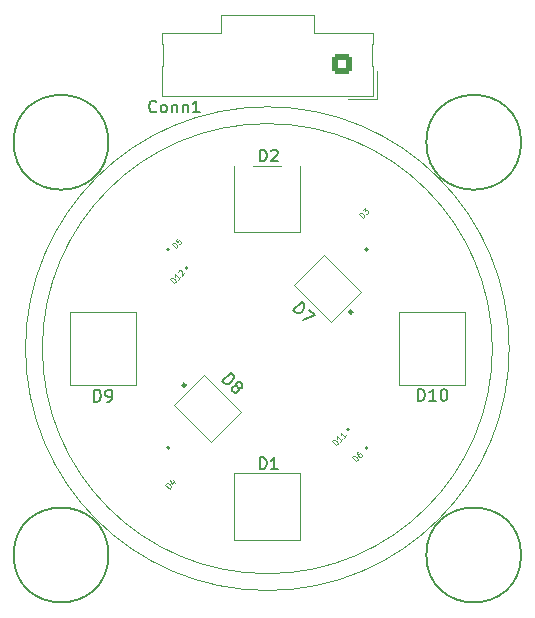
<source format=gto>
G04 #@! TF.GenerationSoftware,KiCad,Pcbnew,(6.0.7)*
G04 #@! TF.CreationDate,2023-04-22T02:00:50-05:00*
G04 #@! TF.ProjectId,LED_BoardRev2,4c45445f-426f-4617-9264-526576322e6b,rev?*
G04 #@! TF.SameCoordinates,Original*
G04 #@! TF.FileFunction,Legend,Top*
G04 #@! TF.FilePolarity,Positive*
%FSLAX46Y46*%
G04 Gerber Fmt 4.6, Leading zero omitted, Abs format (unit mm)*
G04 Created by KiCad (PCBNEW (6.0.7)) date 2023-04-22 02:00:50*
%MOMM*%
%LPD*%
G01*
G04 APERTURE LIST*
G04 Aperture macros list*
%AMRoundRect*
0 Rectangle with rounded corners*
0 $1 Rounding radius*
0 $2 $3 $4 $5 $6 $7 $8 $9 X,Y pos of 4 corners*
0 Add a 4 corners polygon primitive as box body*
4,1,4,$2,$3,$4,$5,$6,$7,$8,$9,$2,$3,0*
0 Add four circle primitives for the rounded corners*
1,1,$1+$1,$2,$3*
1,1,$1+$1,$4,$5*
1,1,$1+$1,$6,$7*
1,1,$1+$1,$8,$9*
0 Add four rect primitives between the rounded corners*
20,1,$1+$1,$2,$3,$4,$5,0*
20,1,$1+$1,$4,$5,$6,$7,0*
20,1,$1+$1,$6,$7,$8,$9,0*
20,1,$1+$1,$8,$9,$2,$3,0*%
%AMRotRect*
0 Rectangle, with rotation*
0 The origin of the aperture is its center*
0 $1 length*
0 $2 width*
0 $3 Rotation angle, in degrees counterclockwise*
0 Add horizontal line*
21,1,$1,$2,0,0,$3*%
%AMOutline5P*
0 Free polygon, 5 corners , with rotation*
0 The origin of the aperture is its center*
0 number of corners: always 5*
0 $1 to $10 corner X, Y*
0 $11 Rotation angle, in degrees counterclockwise*
0 create outline with 5 corners*
4,1,5,$1,$2,$3,$4,$5,$6,$7,$8,$9,$10,$1,$2,$11*%
%AMOutline6P*
0 Free polygon, 6 corners , with rotation*
0 The origin of the aperture is its center*
0 number of corners: always 6*
0 $1 to $12 corner X, Y*
0 $13 Rotation angle, in degrees counterclockwise*
0 create outline with 6 corners*
4,1,6,$1,$2,$3,$4,$5,$6,$7,$8,$9,$10,$11,$12,$1,$2,$13*%
%AMOutline7P*
0 Free polygon, 7 corners , with rotation*
0 The origin of the aperture is its center*
0 number of corners: always 7*
0 $1 to $14 corner X, Y*
0 $15 Rotation angle, in degrees counterclockwise*
0 create outline with 7 corners*
4,1,7,$1,$2,$3,$4,$5,$6,$7,$8,$9,$10,$11,$12,$13,$14,$1,$2,$15*%
%AMOutline8P*
0 Free polygon, 8 corners , with rotation*
0 The origin of the aperture is its center*
0 number of corners: always 8*
0 $1 to $16 corner X, Y*
0 $17 Rotation angle, in degrees counterclockwise*
0 create outline with 8 corners*
4,1,8,$1,$2,$3,$4,$5,$6,$7,$8,$9,$10,$11,$12,$13,$14,$15,$16,$1,$2,$17*%
%AMFreePoly0*
4,1,13,0.662500,-1.575000,-0.662500,-1.575000,-0.662500,-0.255000,-1.112500,-0.255000,-1.116037,-0.253536,-1.117500,-0.250000,-1.117500,0.250000,-1.116037,0.253536,-1.112500,0.255000,-0.662500,0.255000,-0.662500,1.575000,0.662500,1.575000,0.662500,-1.575000,0.662500,-1.575000,$1*%
%AMFreePoly1*
4,1,13,0.662500,0.255000,1.112500,0.255000,1.116037,0.253536,1.117500,0.250000,1.117500,-0.250000,1.116037,-0.253536,1.112500,-0.255000,0.662500,-0.255000,0.662500,-1.575000,-0.662500,-1.575000,-0.662500,1.575000,0.662500,1.575000,0.662500,0.255000,0.662500,0.255000,$1*%
%AMFreePoly2*
4,1,29,2.703536,3.023536,2.705000,3.020000,2.705000,2.000000,2.703536,1.996464,2.700000,1.995000,0.500000,1.995000,0.500000,-1.995000,2.700000,-1.995000,2.703536,-1.996464,2.705000,-2.000000,2.705000,-3.020000,2.703536,-3.023536,2.700000,-3.025000,-2.700000,-3.025000,-2.703536,-3.023536,-2.705000,-3.020000,-2.705000,-2.000000,-2.703536,-1.996464,-2.700000,-1.995000,-0.500000,-1.995000,
-0.500000,1.995000,-2.700000,1.995000,-2.703536,1.996464,-2.705000,2.000000,-2.705000,3.020000,-2.703536,3.023536,-2.700000,3.025000,2.700000,3.025000,2.703536,3.023536,2.703536,3.023536,$1*%
G04 Aperture macros list end*
%ADD10C,0.100000*%
%ADD11C,0.150000*%
%ADD12C,0.120406*%
%ADD13C,0.095006*%
%ADD14C,0.120000*%
%ADD15C,0.259999*%
%ADD16C,0.200000*%
%ADD17FreePoly0,315.000000*%
%ADD18FreePoly1,315.000000*%
%ADD19R,1.550000X3.400000*%
%ADD20FreePoly2,180.000000*%
%ADD21RotRect,3.300000X0.500000X315.000000*%
%ADD22RotRect,3.300000X1.300000X315.000000*%
%ADD23RotRect,3.300000X0.500000X225.000000*%
%ADD24RotRect,3.300000X1.300000X225.000000*%
%ADD25Outline5P,-0.735000X0.735000X0.735000X0.735000X0.735000X-0.335000X0.335000X-0.735000X-0.735000X-0.735000X90.000000*%
%ADD26Outline5P,-0.735000X0.735000X0.735000X0.735000X0.735000X-0.735000X-0.335000X-0.735000X-0.735000X-0.335000X90.000000*%
%ADD27Outline5P,-0.735000X0.735000X0.335000X0.735000X0.735000X0.335000X0.735000X-0.735000X-0.735000X-0.735000X90.000000*%
%ADD28Outline5P,-0.735000X0.335000X-0.335000X0.735000X0.735000X0.735000X0.735000X-0.735000X-0.735000X-0.735000X90.000000*%
%ADD29C,3.450000*%
%ADD30RotRect,3.300000X0.500000X135.000000*%
%ADD31RotRect,3.300000X1.300000X135.000000*%
%ADD32C,2.946400*%
%ADD33FreePoly0,135.000000*%
%ADD34FreePoly1,135.000000*%
%ADD35RotRect,3.300000X0.500000X45.000000*%
%ADD36RotRect,3.300000X1.300000X45.000000*%
%ADD37RoundRect,0.250000X0.620000X0.620000X-0.620000X0.620000X-0.620000X-0.620000X0.620000X-0.620000X0*%
%ADD38C,1.740000*%
%ADD39C,3.200000*%
%ADD40FreePoly2,0.000000*%
G04 APERTURE END LIST*
D10*
X156210000Y-109220000D02*
G75*
G03*
X156210000Y-109220000I-19050000J0D01*
G01*
X157634984Y-109220000D02*
G75*
G03*
X157634984Y-109220000I-20474984J0D01*
G01*
D11*
X133359526Y-111976649D02*
X134066632Y-111269542D01*
X134234991Y-111437901D01*
X134302335Y-111572588D01*
X134302335Y-111707275D01*
X134268663Y-111808290D01*
X134167648Y-111976649D01*
X134066632Y-112077664D01*
X133898274Y-112178680D01*
X133797258Y-112212351D01*
X133662571Y-112212351D01*
X133527884Y-112145008D01*
X133359526Y-111976649D01*
X134571709Y-112380710D02*
X134538037Y-112279695D01*
X134538037Y-112212351D01*
X134571709Y-112111336D01*
X134605381Y-112077664D01*
X134706396Y-112043992D01*
X134773739Y-112043992D01*
X134874755Y-112077664D01*
X135009442Y-112212351D01*
X135043113Y-112313367D01*
X135043113Y-112380710D01*
X135009442Y-112481725D01*
X134975770Y-112515397D01*
X134874755Y-112549069D01*
X134807411Y-112549069D01*
X134706396Y-112515397D01*
X134571709Y-112380710D01*
X134470694Y-112347038D01*
X134403350Y-112347038D01*
X134302335Y-112380710D01*
X134167648Y-112515397D01*
X134133976Y-112616412D01*
X134133976Y-112683756D01*
X134167648Y-112784771D01*
X134302335Y-112919458D01*
X134403350Y-112953130D01*
X134470694Y-112953130D01*
X134571709Y-112919458D01*
X134706396Y-112784771D01*
X134740068Y-112683756D01*
X134740068Y-112616412D01*
X134706396Y-112515397D01*
X122502704Y-113698780D02*
X122502704Y-112698780D01*
X122740800Y-112698780D01*
X122883657Y-112746400D01*
X122978895Y-112841638D01*
X123026514Y-112936876D01*
X123074133Y-113127352D01*
X123074133Y-113270209D01*
X123026514Y-113460685D01*
X122978895Y-113555923D01*
X122883657Y-113651161D01*
X122740800Y-113698780D01*
X122502704Y-113698780D01*
X123550323Y-113698780D02*
X123740800Y-113698780D01*
X123836038Y-113651161D01*
X123883657Y-113603542D01*
X123978895Y-113460685D01*
X124026514Y-113270209D01*
X124026514Y-112889257D01*
X123978895Y-112794019D01*
X123931276Y-112746400D01*
X123836038Y-112698780D01*
X123645561Y-112698780D01*
X123550323Y-112746400D01*
X123502704Y-112794019D01*
X123455085Y-112889257D01*
X123455085Y-113127352D01*
X123502704Y-113222590D01*
X123550323Y-113270209D01*
X123645561Y-113317828D01*
X123836038Y-113317828D01*
X123931276Y-113270209D01*
X123978895Y-113222590D01*
X124026514Y-113127352D01*
D12*
X128875677Y-121082961D02*
X128535117Y-120742401D01*
X128616203Y-120661315D01*
X128681071Y-120628881D01*
X128745940Y-120628881D01*
X128794591Y-120645098D01*
X128875677Y-120693750D01*
X128924328Y-120742401D01*
X128972980Y-120823487D01*
X128989197Y-120872138D01*
X128989197Y-120937006D01*
X128956762Y-121001875D01*
X128875677Y-121082961D01*
X129135151Y-120369407D02*
X129362190Y-120596447D01*
X128924328Y-120320756D02*
X129086499Y-120645098D01*
X129297322Y-120434276D01*
X142996526Y-117407599D02*
X142655966Y-117067039D01*
X142737052Y-116985954D01*
X142801920Y-116953519D01*
X142866789Y-116953519D01*
X142915440Y-116969736D01*
X142996526Y-117018388D01*
X143045177Y-117067039D01*
X143093828Y-117148125D01*
X143110045Y-117196776D01*
X143110045Y-117261645D01*
X143077611Y-117326513D01*
X142996526Y-117407599D01*
X143515473Y-116888651D02*
X143320868Y-117083256D01*
X143418171Y-116985954D02*
X143077611Y-116645394D01*
X143093828Y-116726480D01*
X143093828Y-116791348D01*
X143077611Y-116840000D01*
X143839816Y-116564308D02*
X143645210Y-116758914D01*
X143742513Y-116661611D02*
X143401954Y-116321052D01*
X143418171Y-116402137D01*
X143418171Y-116467006D01*
X143401954Y-116515657D01*
D11*
X136523504Y-119425980D02*
X136523504Y-118425980D01*
X136761600Y-118425980D01*
X136904457Y-118473600D01*
X136999695Y-118568838D01*
X137047314Y-118664076D01*
X137094933Y-118854552D01*
X137094933Y-118997409D01*
X137047314Y-119187885D01*
X136999695Y-119283123D01*
X136904457Y-119378361D01*
X136761600Y-119425980D01*
X136523504Y-119425980D01*
X138047314Y-119425980D02*
X137475885Y-119425980D01*
X137761600Y-119425980D02*
X137761600Y-118425980D01*
X137666361Y-118568838D01*
X137571123Y-118664076D01*
X137475885Y-118711695D01*
D12*
X129390595Y-100735428D02*
X129050035Y-100394868D01*
X129131121Y-100313782D01*
X129195989Y-100281348D01*
X129260858Y-100281348D01*
X129309509Y-100297565D01*
X129390595Y-100346217D01*
X129439246Y-100394868D01*
X129487898Y-100475954D01*
X129504115Y-100524605D01*
X129504115Y-100589473D01*
X129471680Y-100654342D01*
X129390595Y-100735428D01*
X129552766Y-99892137D02*
X129390595Y-100054308D01*
X129536549Y-100232697D01*
X129536549Y-100200263D01*
X129552766Y-100151611D01*
X129633852Y-100070526D01*
X129682503Y-100054308D01*
X129714937Y-100054308D01*
X129763589Y-100070526D01*
X129844674Y-100151611D01*
X129860891Y-100200263D01*
X129860891Y-100232697D01*
X129844674Y-100281348D01*
X129763589Y-100362434D01*
X129714937Y-100378651D01*
X129682503Y-100378651D01*
X145249717Y-98167895D02*
X144909157Y-97827335D01*
X144990243Y-97746249D01*
X145055111Y-97713815D01*
X145119980Y-97713815D01*
X145168631Y-97730032D01*
X145249717Y-97778684D01*
X145298368Y-97827335D01*
X145347020Y-97908421D01*
X145363237Y-97957072D01*
X145363237Y-98021940D01*
X145330802Y-98086809D01*
X145249717Y-98167895D01*
X145217283Y-97519210D02*
X145428105Y-97308387D01*
X145444322Y-97551644D01*
X145492974Y-97502993D01*
X145541625Y-97486775D01*
X145574059Y-97486775D01*
X145622711Y-97502993D01*
X145703796Y-97584078D01*
X145720013Y-97632730D01*
X145720013Y-97665164D01*
X145703796Y-97713815D01*
X145606493Y-97811118D01*
X145557842Y-97827335D01*
X145525408Y-97827335D01*
D11*
X139353926Y-105982249D02*
X140061032Y-105275142D01*
X140229391Y-105443501D01*
X140296735Y-105578188D01*
X140296735Y-105712875D01*
X140263063Y-105813890D01*
X140162048Y-105982249D01*
X140061032Y-106083264D01*
X139892674Y-106184280D01*
X139791658Y-106217951D01*
X139656971Y-106217951D01*
X139522284Y-106150608D01*
X139353926Y-105982249D01*
X140700796Y-105914905D02*
X141172200Y-106386310D01*
X140162048Y-106790371D01*
D12*
X129280525Y-103691599D02*
X128939965Y-103351039D01*
X129021051Y-103269954D01*
X129085919Y-103237519D01*
X129150788Y-103237519D01*
X129199439Y-103253736D01*
X129280525Y-103302388D01*
X129329176Y-103351039D01*
X129377827Y-103432125D01*
X129394044Y-103480776D01*
X129394044Y-103545645D01*
X129361610Y-103610513D01*
X129280525Y-103691599D01*
X129799472Y-103172651D02*
X129604867Y-103367256D01*
X129702170Y-103269954D02*
X129361610Y-102929394D01*
X129377827Y-103010480D01*
X129377827Y-103075348D01*
X129361610Y-103124000D01*
X129621084Y-102734789D02*
X129621084Y-102702354D01*
X129637301Y-102653703D01*
X129718387Y-102572617D01*
X129767038Y-102556400D01*
X129799472Y-102556400D01*
X129848124Y-102572617D01*
X129880558Y-102605052D01*
X129912992Y-102669920D01*
X129912992Y-103059131D01*
X130123815Y-102848308D01*
D13*
X144682697Y-118769428D02*
X144342137Y-118428868D01*
X144423223Y-118347782D01*
X144488091Y-118315348D01*
X144552960Y-118315348D01*
X144601611Y-118331565D01*
X144682697Y-118380217D01*
X144731348Y-118428868D01*
X144780000Y-118509954D01*
X144796217Y-118558605D01*
X144796217Y-118623473D01*
X144763782Y-118688342D01*
X144682697Y-118769428D01*
X144828651Y-117942354D02*
X144763782Y-118007223D01*
X144747565Y-118055874D01*
X144747565Y-118088308D01*
X144763782Y-118169394D01*
X144812434Y-118250480D01*
X144942171Y-118380217D01*
X144990822Y-118396434D01*
X145023256Y-118396434D01*
X145071908Y-118380217D01*
X145136776Y-118315348D01*
X145152993Y-118266697D01*
X145152993Y-118234263D01*
X145136776Y-118185611D01*
X145055691Y-118104526D01*
X145007039Y-118088308D01*
X144974605Y-118088308D01*
X144925954Y-118104526D01*
X144861085Y-118169394D01*
X144844868Y-118218045D01*
X144844868Y-118250480D01*
X144861085Y-118299131D01*
D11*
X136523504Y-93365580D02*
X136523504Y-92365580D01*
X136761600Y-92365580D01*
X136904457Y-92413200D01*
X136999695Y-92508438D01*
X137047314Y-92603676D01*
X137094933Y-92794152D01*
X137094933Y-92937009D01*
X137047314Y-93127485D01*
X136999695Y-93222723D01*
X136904457Y-93317961D01*
X136761600Y-93365580D01*
X136523504Y-93365580D01*
X137475885Y-92460819D02*
X137523504Y-92413200D01*
X137618742Y-92365580D01*
X137856838Y-92365580D01*
X137952076Y-92413200D01*
X137999695Y-92460819D01*
X138047314Y-92556057D01*
X138047314Y-92651295D01*
X137999695Y-92794152D01*
X137428266Y-93365580D01*
X138047314Y-93365580D01*
X127762190Y-89130142D02*
X127714571Y-89177761D01*
X127571714Y-89225380D01*
X127476476Y-89225380D01*
X127333619Y-89177761D01*
X127238380Y-89082523D01*
X127190761Y-88987285D01*
X127143142Y-88796809D01*
X127143142Y-88653952D01*
X127190761Y-88463476D01*
X127238380Y-88368238D01*
X127333619Y-88273000D01*
X127476476Y-88225380D01*
X127571714Y-88225380D01*
X127714571Y-88273000D01*
X127762190Y-88320619D01*
X128333619Y-89225380D02*
X128238380Y-89177761D01*
X128190761Y-89130142D01*
X128143142Y-89034904D01*
X128143142Y-88749190D01*
X128190761Y-88653952D01*
X128238380Y-88606333D01*
X128333619Y-88558714D01*
X128476476Y-88558714D01*
X128571714Y-88606333D01*
X128619333Y-88653952D01*
X128666952Y-88749190D01*
X128666952Y-89034904D01*
X128619333Y-89130142D01*
X128571714Y-89177761D01*
X128476476Y-89225380D01*
X128333619Y-89225380D01*
X129095523Y-88558714D02*
X129095523Y-89225380D01*
X129095523Y-88653952D02*
X129143142Y-88606333D01*
X129238380Y-88558714D01*
X129381238Y-88558714D01*
X129476476Y-88606333D01*
X129524095Y-88701571D01*
X129524095Y-89225380D01*
X130000285Y-88558714D02*
X130000285Y-89225380D01*
X130000285Y-88653952D02*
X130047904Y-88606333D01*
X130143142Y-88558714D01*
X130286000Y-88558714D01*
X130381238Y-88606333D01*
X130428857Y-88701571D01*
X130428857Y-89225380D01*
X131428857Y-89225380D02*
X130857428Y-89225380D01*
X131143142Y-89225380D02*
X131143142Y-88225380D01*
X131047904Y-88368238D01*
X130952666Y-88463476D01*
X130857428Y-88511095D01*
X149915714Y-113634780D02*
X149915714Y-112634780D01*
X150153809Y-112634780D01*
X150296666Y-112682400D01*
X150391904Y-112777638D01*
X150439523Y-112872876D01*
X150487142Y-113063352D01*
X150487142Y-113206209D01*
X150439523Y-113396685D01*
X150391904Y-113491923D01*
X150296666Y-113587161D01*
X150153809Y-113634780D01*
X149915714Y-113634780D01*
X151439523Y-113634780D02*
X150868095Y-113634780D01*
X151153809Y-113634780D02*
X151153809Y-112634780D01*
X151058571Y-112777638D01*
X150963333Y-112872876D01*
X150868095Y-112920495D01*
X152058571Y-112634780D02*
X152153809Y-112634780D01*
X152249047Y-112682400D01*
X152296666Y-112730019D01*
X152344285Y-112825257D01*
X152391904Y-113015733D01*
X152391904Y-113253828D01*
X152344285Y-113444304D01*
X152296666Y-113539542D01*
X152249047Y-113587161D01*
X152153809Y-113634780D01*
X152058571Y-113634780D01*
X151963333Y-113587161D01*
X151915714Y-113539542D01*
X151868095Y-113444304D01*
X151820476Y-113253828D01*
X151820476Y-113015733D01*
X151868095Y-112825257D01*
X151915714Y-112730019D01*
X151963333Y-112682400D01*
X152058571Y-112634780D01*
D14*
X131797157Y-111471573D02*
X134908427Y-114582843D01*
X131797157Y-111471573D02*
X129251573Y-114017157D01*
X134908427Y-114582843D02*
X132362843Y-117128427D01*
X132362843Y-117128427D02*
X129251573Y-114017157D01*
D15*
X130230100Y-112320101D02*
G75*
G03*
X130230100Y-112320101I-129999J0D01*
G01*
D14*
X126040800Y-112320000D02*
X120440800Y-112320000D01*
X120440800Y-106120000D02*
X126040800Y-106120000D01*
X120440800Y-112320000D02*
X120440800Y-106120000D01*
X126040800Y-106120000D02*
X126040800Y-112320000D01*
D16*
X128867767Y-117612233D02*
G75*
G03*
X128867767Y-117612233I-100000J0D01*
G01*
X144107767Y-116067767D02*
G75*
G03*
X144107767Y-116067767I-100000J0D01*
G01*
D14*
X139960000Y-119780400D02*
X134360000Y-119780400D01*
X134360000Y-119780400D02*
X134360000Y-125380400D01*
X139960000Y-125380400D02*
X139960000Y-119780400D01*
X134360000Y-125380400D02*
X139960000Y-125380400D01*
D16*
X128841716Y-100827767D02*
G75*
G03*
X128841716Y-100827767I-100000J0D01*
G01*
X145652233Y-100827767D02*
G75*
G03*
X145652233Y-100827767I-100000J0D01*
G01*
D11*
X158643320Y-91749880D02*
G75*
G03*
X158643320Y-91749880I-4013200J0D01*
G01*
X123703080Y-91749880D02*
G75*
G03*
X123703080Y-91749880I-4013200J0D01*
G01*
X158643320Y-126690120D02*
G75*
G03*
X158643320Y-126690120I-4013200J0D01*
G01*
X123703080Y-126690120D02*
G75*
G03*
X123703080Y-126690120I-4013200J0D01*
G01*
D14*
X142522843Y-106968427D02*
X145068427Y-104422843D01*
X142522843Y-106968427D02*
X139411573Y-103857157D01*
X141957157Y-101311573D02*
X145068427Y-104422843D01*
X139411573Y-103857157D02*
X141957157Y-101311573D01*
D15*
X144349898Y-106119899D02*
G75*
G03*
X144349898Y-106119899I-129999J0D01*
G01*
D16*
X130412346Y-102372233D02*
G75*
G03*
X130412346Y-102372233I-100000J0D01*
G01*
X145652233Y-117612233D02*
G75*
G03*
X145652233Y-117612233I-100000J0D01*
G01*
D14*
X134360000Y-93720000D02*
X134360000Y-99320000D01*
X139960000Y-93720000D02*
X134360000Y-93720000D01*
X139960000Y-99320000D02*
X139960000Y-93720000D01*
X134360000Y-99320000D02*
X139960000Y-99320000D01*
X128200000Y-83460800D02*
X128330000Y-83460800D01*
X133240000Y-82480800D02*
X128200000Y-82480800D01*
X146120000Y-83460800D02*
X146120000Y-82480800D01*
X128200000Y-85270800D02*
X128200000Y-87800800D01*
X133240000Y-80980800D02*
X133240000Y-82480800D01*
X128330000Y-83460800D02*
X128330000Y-85270800D01*
X145990000Y-85270800D02*
X145990000Y-83460800D01*
X146120000Y-85270800D02*
X145990000Y-85270800D01*
X141080000Y-80980800D02*
X133240000Y-80980800D01*
X128200000Y-82480800D02*
X128200000Y-83460800D01*
X128330000Y-85270800D02*
X128200000Y-85270800D01*
X146120000Y-87800800D02*
X146120000Y-85270800D01*
X146120000Y-82480800D02*
X141080000Y-82480800D01*
X146420000Y-88100800D02*
X144010000Y-88100800D01*
X145990000Y-83460800D02*
X146120000Y-83460800D01*
X141080000Y-82480800D02*
X141080000Y-80980800D01*
X128200000Y-87800800D02*
X146120000Y-87800800D01*
X146420000Y-85690800D02*
X146420000Y-88100800D01*
X148330000Y-106120000D02*
X153930000Y-106120000D01*
X153930000Y-112320000D02*
X148330000Y-112320000D01*
X148330000Y-112320000D02*
X148330000Y-106120000D01*
X153930000Y-106120000D02*
X153930000Y-112320000D01*
%LPC*%
D17*
X131434765Y-113654765D03*
D18*
X132725235Y-114945235D03*
D19*
X125165800Y-109220000D03*
X121315800Y-109220000D03*
D20*
X123240800Y-109220000D03*
D21*
X127989949Y-118390051D03*
X126010051Y-120369949D03*
D22*
X127000000Y-119380000D03*
D23*
X143229949Y-115289949D03*
X141250051Y-113310051D03*
D24*
X142240000Y-114300000D03*
D25*
X135191000Y-124549400D03*
D26*
X135191000Y-120611400D03*
D27*
X139129000Y-124549400D03*
D28*
X139129000Y-120611400D03*
D29*
X137160000Y-122580400D03*
D23*
X127963898Y-100049949D03*
X125984000Y-98070051D03*
D24*
X126973949Y-99060000D03*
D30*
X146330051Y-100049949D03*
X148309949Y-98070051D03*
D31*
X147320000Y-99060000D03*
D32*
X154630120Y-91749880D03*
X119689880Y-91749880D03*
X154630120Y-126690120D03*
X119689880Y-126690120D03*
D33*
X142885235Y-104785235D03*
D34*
X141594765Y-103494765D03*
D35*
X131090164Y-103150051D03*
X133070062Y-105129949D03*
D36*
X132080113Y-104140000D03*
D35*
X146330051Y-118390051D03*
X148309949Y-120369949D03*
D36*
X147320000Y-119380000D03*
D26*
X135191000Y-94551000D03*
D25*
X135191000Y-98489000D03*
D27*
X139129000Y-98489000D03*
D28*
X139129000Y-94551000D03*
D29*
X137160000Y-96520000D03*
D37*
X143510000Y-85140800D03*
D38*
X140970000Y-85140800D03*
X138430000Y-85140800D03*
X135890000Y-85140800D03*
X133350000Y-85140800D03*
X130810000Y-85140800D03*
D39*
X137160000Y-109220000D03*
D19*
X149205000Y-109220000D03*
X153055000Y-109220000D03*
D40*
X151130000Y-109220000D03*
M02*

</source>
